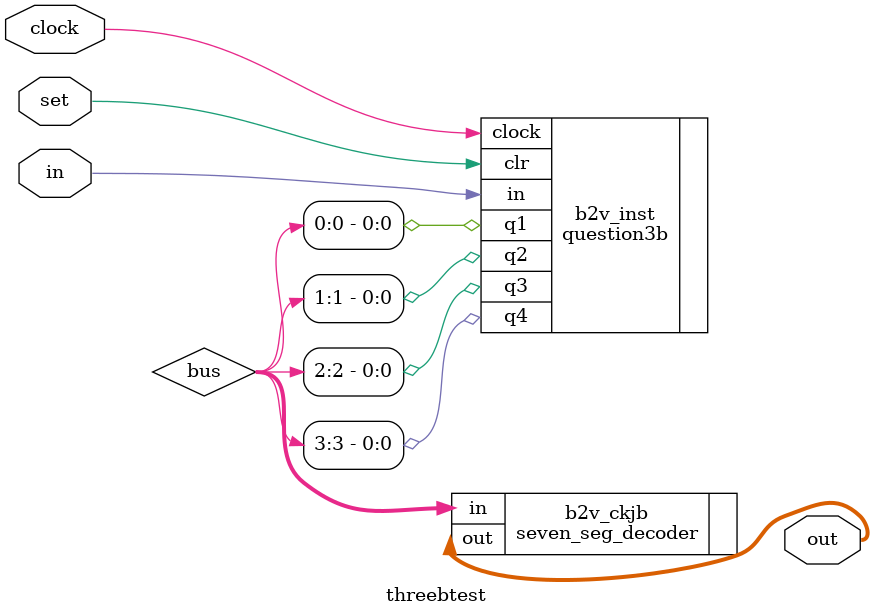
<source format=v>


module threebtest(
	in,
	clock,
	set,
	out
);


input wire	in;
input wire	clock;
input wire	set;
output wire	[6:0] out;

wire	[3:0] bus;





seven_seg_decoder	b2v_ckjb(
	.in(bus),
	.out(out));


question3b	b2v_inst(
	.in(in),
	.clock(clock),
	.clr(set),
	.q1(bus[0]),
	.q3(bus[2]),
	.q4(bus[3]),
	.q2(bus[1]));


endmodule

</source>
